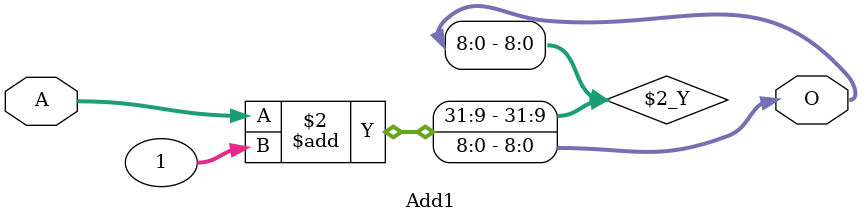
<source format=v>
`timescale 1ns / 1ps


module FetchUnit(
    input clock,
    output wire [8:0] instruction
    );
    
    wire [8:0] instructionAddress;
    wire [8:0] incrementedAddress;
    
    PCRegister pcReg(clock, incrementedAddress, instructionAddress);
    Fetch Fetch(clock, instructionAddress, instruction);
    Add1 Add1(instructionAddress, incrementedAddress);
    
    
    
endmodule

module Fetch(
    input clock,
    input [8:0]read_address,
    output [8:0] instruction
);

    

endmodule 


module Add1(
    input wire [8:0]A, 
    output reg [8:0]O
);

    always @ (A, O) begin
    
    O <= A + 1;
    
    end

endmodule 
</source>
